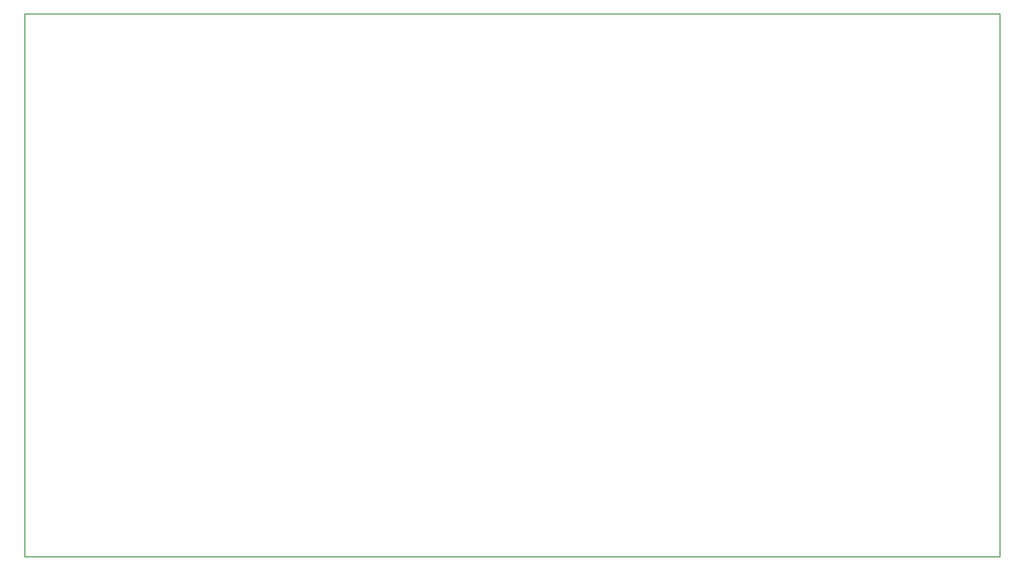
<source format=gbr>
%TF.GenerationSoftware,KiCad,Pcbnew,(5.1.10)-1*%
%TF.CreationDate,2021-12-14T14:45:45+00:00*%
%TF.ProjectId,vacSwitch,76616353-7769-4746-9368-2e6b69636164,rev?*%
%TF.SameCoordinates,Original*%
%TF.FileFunction,Profile,NP*%
%FSLAX46Y46*%
G04 Gerber Fmt 4.6, Leading zero omitted, Abs format (unit mm)*
G04 Created by KiCad (PCBNEW (5.1.10)-1) date 2021-12-14 14:45:45*
%MOMM*%
%LPD*%
G01*
G04 APERTURE LIST*
%TA.AperFunction,Profile*%
%ADD10C,0.050000*%
%TD*%
G04 APERTURE END LIST*
D10*
X104394000Y-128270000D02*
X106680000Y-128270000D01*
X104394000Y-77470000D02*
X104394000Y-128270000D01*
X195580000Y-77470000D02*
X104394000Y-77470000D01*
X195580000Y-128270000D02*
X106680000Y-128270000D01*
X195580000Y-77470000D02*
X195580000Y-128270000D01*
M02*

</source>
